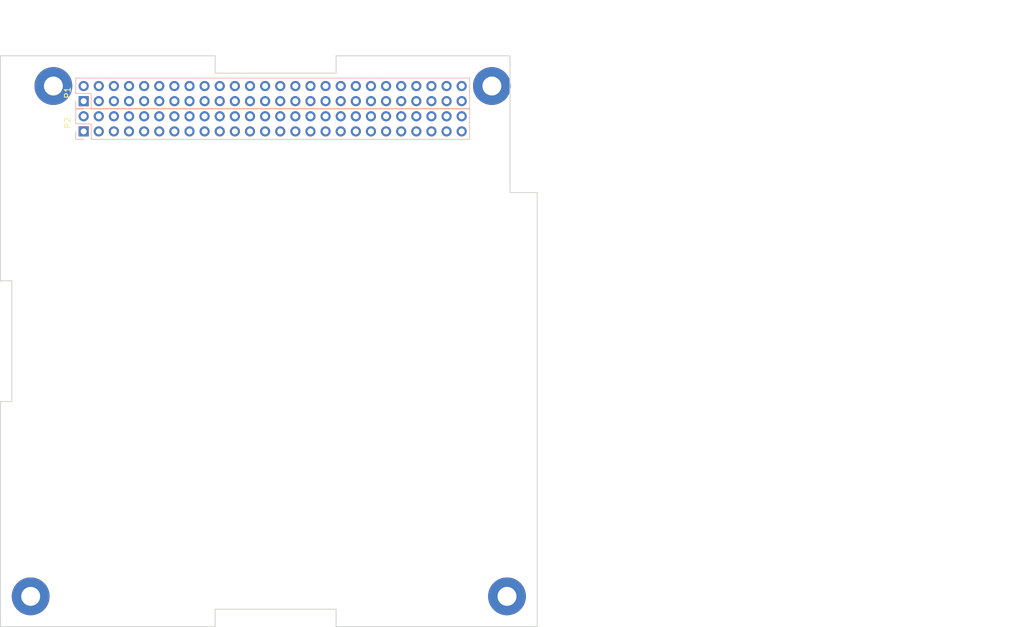
<source format=kicad_pcb>
(kicad_pcb (version 4) (host pcbnew 4.0.5)

  (general
    (links 0)
    (no_connects 0)
    (area 81.204999 50.387617 251.265 154.380001)
    (thickness 1.6)
    (drawings 18)
    (tracks 0)
    (zones 0)
    (modules 6)
    (nets 1)
  )

  (page A4)
  (layers
    (0 F.Cu signal)
    (31 B.Cu signal)
    (32 B.Adhes user)
    (33 F.Adhes user)
    (34 B.Paste user)
    (35 F.Paste user)
    (36 B.SilkS user)
    (37 F.SilkS user)
    (38 B.Mask user)
    (39 F.Mask user)
    (40 Dwgs.User user)
    (41 Cmts.User user)
    (42 Eco1.User user)
    (43 Eco2.User user)
    (44 Edge.Cuts user)
    (45 Margin user)
    (46 B.CrtYd user)
    (47 F.CrtYd user)
    (48 B.Fab user)
    (49 F.Fab user)
  )

  (setup
    (last_trace_width 0.25)
    (trace_clearance 0.2)
    (zone_clearance 0.508)
    (zone_45_only no)
    (trace_min 0.2)
    (segment_width 0.2)
    (edge_width 0.15)
    (via_size 0.6)
    (via_drill 0.4)
    (via_min_size 0.4)
    (via_min_drill 0.3)
    (uvia_size 0.3)
    (uvia_drill 0.1)
    (uvias_allowed no)
    (uvia_min_size 0.2)
    (uvia_min_drill 0.1)
    (pcb_text_width 0.3)
    (pcb_text_size 1.5 1.5)
    (mod_edge_width 0.15)
    (mod_text_size 1 1)
    (mod_text_width 0.15)
    (pad_size 1.7 1.7)
    (pad_drill 1)
    (pad_to_mask_clearance 0.2)
    (aux_axis_origin 0 0)
    (visible_elements FFFFFF7F)
    (pcbplotparams
      (layerselection 0x00030_80000001)
      (usegerberextensions false)
      (excludeedgelayer true)
      (linewidth 0.100000)
      (plotframeref false)
      (viasonmask false)
      (mode 1)
      (useauxorigin false)
      (hpglpennumber 1)
      (hpglpenspeed 20)
      (hpglpendiameter 15)
      (hpglpenoverlay 2)
      (psnegative false)
      (psa4output false)
      (plotreference true)
      (plotvalue true)
      (plotinvisibletext false)
      (padsonsilk false)
      (subtractmaskfromsilk false)
      (outputformat 1)
      (mirror false)
      (drillshape 1)
      (scaleselection 1)
      (outputdirectory ""))
  )

  (net 0 "")

  (net_class Default "This is the default net class."
    (clearance 0.2)
    (trace_width 0.25)
    (via_dia 0.6)
    (via_drill 0.4)
    (uvia_dia 0.3)
    (uvia_drill 0.1)
  )

  (module Project:CSK_Header (layer F.Cu) (tedit 5AF48666) (tstamp 5AF375A6)
    (at 94.8944 63.35776 90)
    (descr "Through hole straight socket strip, 2x26, 2.54mm pitch, double rows")
    (tags "Through hole socket strip THT 2x26 2.54mm double row")
    (fp_text reference P1 (at -1.27 -2.33 90) (layer F.SilkS)
      (effects (font (size 1 1) (thickness 0.15)))
    )
    (fp_text value Socket_Strip_Straight_2x26_Pitch2.54mm (at -1.27 157.48 90) (layer F.Fab)
      (effects (font (size 1 1) (thickness 0.15)))
    )
    (fp_line (start 1.126825 -0.907319) (end 1.126825 65.132681) (layer B.Fab) (width 0.1))
    (fp_line (start 1.126825 65.132681) (end -3.953175 65.132681) (layer B.Fab) (width 0.1))
    (fp_line (start -3.953175 65.132681) (end -3.953175 -0.907319) (layer B.Fab) (width 0.1))
    (fp_line (start -3.953175 -0.907319) (end 1.126825 -0.907319) (layer B.Fab) (width 0.1))
    (fp_line (start -4.013175 1.632681) (end -4.013175 65.192681) (layer B.SilkS) (width 0.12))
    (fp_line (start -4.013175 65.192681) (end 1.186825 65.192681) (layer B.SilkS) (width 0.12))
    (fp_line (start 1.186825 65.192681) (end 1.186825 -0.967319) (layer B.SilkS) (width 0.12))
    (fp_line (start 1.186825 -0.967319) (end -1.413175 -0.967319) (layer B.SilkS) (width 0.12))
    (fp_line (start -1.413175 -0.967319) (end -1.413175 1.632681) (layer B.SilkS) (width 0.12))
    (fp_line (start -1.413175 1.632681) (end -4.013175 1.632681) (layer B.SilkS) (width 0.12))
    (fp_line (start -4.013175 0.362681) (end -4.013175 -0.967319) (layer B.SilkS) (width 0.12))
    (fp_line (start -4.013175 -0.967319) (end -2.743175 -0.967319) (layer B.SilkS) (width 0.12))
    (fp_line (start 1.666825 -1.437319) (end 1.666825 65.662681) (layer B.CrtYd) (width 0.05))
    (fp_line (start 1.666825 65.662681) (end -4.483175 65.662681) (layer B.CrtYd) (width 0.05))
    (fp_line (start -4.483175 65.662681) (end -4.483175 -1.437319) (layer B.CrtYd) (width 0.05))
    (fp_line (start -4.483175 -1.437319) (end 1.666825 -1.437319) (layer B.CrtYd) (width 0.05))
    (fp_text user %R (at -1.27 -2.33 90) (layer F.Fab)
      (effects (font (size 1 1) (thickness 0.15)))
    )
    (pad 1 thru_hole rect (at -2.683175 0.362681 270) (size 1.7 1.7) (drill 1) (layers *.Cu *.Mask))
    (pad 2 thru_hole oval (at -0.143175 0.362681 270) (size 1.7 1.7) (drill 1) (layers *.Cu *.Mask))
    (pad 3 thru_hole oval (at -2.683175 2.902681 270) (size 1.7 1.7) (drill 1) (layers *.Cu *.Mask))
    (pad 4 thru_hole oval (at -0.143175 2.902681 270) (size 1.7 1.7) (drill 1) (layers *.Cu *.Mask))
    (pad 5 thru_hole oval (at -2.683175 5.442681 270) (size 1.7 1.7) (drill 1) (layers *.Cu *.Mask))
    (pad 6 thru_hole oval (at -0.143175 5.442681 270) (size 1.7 1.7) (drill 1) (layers *.Cu *.Mask))
    (pad 7 thru_hole oval (at -2.683175 7.982681 270) (size 1.7 1.7) (drill 1) (layers *.Cu *.Mask))
    (pad 8 thru_hole oval (at -0.143175 7.982681 270) (size 1.7 1.7) (drill 1) (layers *.Cu *.Mask))
    (pad 9 thru_hole oval (at -2.683175 10.522681 270) (size 1.7 1.7) (drill 1) (layers *.Cu *.Mask))
    (pad 10 thru_hole oval (at -0.143175 10.522681 270) (size 1.7 1.7) (drill 1) (layers *.Cu *.Mask))
    (pad 11 thru_hole oval (at -2.683175 13.062681 270) (size 1.7 1.7) (drill 1) (layers *.Cu *.Mask))
    (pad 12 thru_hole oval (at -0.143175 13.062681 270) (size 1.7 1.7) (drill 1) (layers *.Cu *.Mask))
    (pad 13 thru_hole oval (at -2.683175 15.602681 270) (size 1.7 1.7) (drill 1) (layers *.Cu *.Mask))
    (pad 14 thru_hole oval (at -0.143175 15.602681 270) (size 1.7 1.7) (drill 1) (layers *.Cu *.Mask))
    (pad 15 thru_hole oval (at -2.683175 18.142681 270) (size 1.7 1.7) (drill 1) (layers *.Cu *.Mask))
    (pad 16 thru_hole oval (at -0.143175 18.142681 270) (size 1.7 1.7) (drill 1) (layers *.Cu *.Mask))
    (pad 17 thru_hole oval (at -2.683175 20.682681 270) (size 1.7 1.7) (drill 1) (layers *.Cu *.Mask))
    (pad 18 thru_hole oval (at -0.143175 20.682681 270) (size 1.7 1.7) (drill 1) (layers *.Cu *.Mask))
    (pad 19 thru_hole oval (at -2.683175 23.222681 270) (size 1.7 1.7) (drill 1) (layers *.Cu *.Mask))
    (pad 20 thru_hole oval (at -0.143175 23.222681 270) (size 1.7 1.7) (drill 1) (layers *.Cu *.Mask))
    (pad 21 thru_hole oval (at -2.683175 25.762681 270) (size 1.7 1.7) (drill 1) (layers *.Cu *.Mask))
    (pad 22 thru_hole oval (at -0.143175 25.762681 270) (size 1.7 1.7) (drill 1) (layers *.Cu *.Mask))
    (pad 23 thru_hole oval (at -2.683175 28.302681 270) (size 1.7 1.7) (drill 1) (layers *.Cu *.Mask))
    (pad 24 thru_hole oval (at -0.143175 28.302681 270) (size 1.7 1.7) (drill 1) (layers *.Cu *.Mask))
    (pad 25 thru_hole oval (at -2.683175 30.842681 270) (size 1.7 1.7) (drill 1) (layers *.Cu *.Mask))
    (pad 26 thru_hole oval (at -0.143175 30.842681 270) (size 1.7 1.7) (drill 1) (layers *.Cu *.Mask))
    (pad 27 thru_hole oval (at -2.683175 33.382681 270) (size 1.7 1.7) (drill 1) (layers *.Cu *.Mask))
    (pad 28 thru_hole oval (at -0.143175 33.382681 270) (size 1.7 1.7) (drill 1) (layers *.Cu *.Mask))
    (pad 29 thru_hole oval (at -2.683175 35.922681 270) (size 1.7 1.7) (drill 1) (layers *.Cu *.Mask))
    (pad 30 thru_hole oval (at -0.143175 35.922681 270) (size 1.7 1.7) (drill 1) (layers *.Cu *.Mask))
    (pad 31 thru_hole oval (at -2.683175 38.462681 270) (size 1.7 1.7) (drill 1) (layers *.Cu *.Mask))
    (pad 32 thru_hole oval (at -0.143175 38.462681 270) (size 1.7 1.7) (drill 1) (layers *.Cu *.Mask))
    (pad 33 thru_hole oval (at -2.683175 41.002681 270) (size 1.7 1.7) (drill 1) (layers *.Cu *.Mask))
    (pad 34 thru_hole oval (at -0.143175 41.002681 270) (size 1.7 1.7) (drill 1) (layers *.Cu *.Mask))
    (pad 35 thru_hole oval (at -2.683175 43.542681 270) (size 1.7 1.7) (drill 1) (layers *.Cu *.Mask))
    (pad 36 thru_hole oval (at -0.143175 43.542681 270) (size 1.7 1.7) (drill 1) (layers *.Cu *.Mask))
    (pad 37 thru_hole oval (at -2.683175 46.082681 270) (size 1.7 1.7) (drill 1) (layers *.Cu *.Mask))
    (pad 38 thru_hole oval (at -0.143175 46.082681 270) (size 1.7 1.7) (drill 1) (layers *.Cu *.Mask))
    (pad 39 thru_hole oval (at -2.683175 48.622681 270) (size 1.7 1.7) (drill 1) (layers *.Cu *.Mask))
    (pad 40 thru_hole oval (at -0.143175 48.622681 270) (size 1.7 1.7) (drill 1) (layers *.Cu *.Mask))
    (pad 41 thru_hole oval (at -2.683175 51.162681 270) (size 1.7 1.7) (drill 1) (layers *.Cu *.Mask))
    (pad 42 thru_hole oval (at -0.143175 51.162681 270) (size 1.7 1.7) (drill 1) (layers *.Cu *.Mask))
    (pad 43 thru_hole oval (at -2.683175 53.702681 270) (size 1.7 1.7) (drill 1) (layers *.Cu *.Mask))
    (pad 44 thru_hole oval (at -0.143175 53.702681 270) (size 1.7 1.7) (drill 1) (layers *.Cu *.Mask))
    (pad 45 thru_hole oval (at -2.683175 56.242681 270) (size 1.7 1.7) (drill 1) (layers *.Cu *.Mask))
    (pad 46 thru_hole oval (at -0.143175 56.242681 270) (size 1.7 1.7) (drill 1) (layers *.Cu *.Mask))
    (pad 47 thru_hole oval (at -2.683175 58.782681 270) (size 1.7 1.7) (drill 1) (layers *.Cu *.Mask))
    (pad 48 thru_hole oval (at -0.143175 58.782681 270) (size 1.7 1.7) (drill 1) (layers *.Cu *.Mask))
    (pad 49 thru_hole oval (at -2.683175 61.322681 270) (size 1.7 1.7) (drill 1) (layers *.Cu *.Mask))
    (pad 50 thru_hole oval (at -0.143175 61.322681 270) (size 1.7 1.7) (drill 1) (layers *.Cu *.Mask))
    (pad 51 thru_hole oval (at -2.683175 63.862681 270) (size 1.7 1.7) (drill 1) (layers *.Cu *.Mask))
    (pad 52 thru_hole oval (at -0.143175 63.862681 270) (size 1.7 1.7) (drill 1) (layers *.Cu *.Mask))
    (model ${KISYS3DMOD}/Socket_Strips.3dshapes/Socket_Strip_Straight_2x26_Pitch2.54mm.wrl
      (at (xyz -0.05 -1.25 0))
      (scale (xyz 1 1 1))
      (rotate (xyz 0 0 270))
    )
  )

  (module Project:CSK_Header (layer F.Cu) (tedit 5AF4865F) (tstamp 5AF37637)
    (at 94.8944 68.43776 90)
    (descr "Through hole straight socket strip, 2x26, 2.54mm pitch, double rows")
    (tags "Through hole socket strip THT 2x26 2.54mm double row")
    (fp_text reference P2 (at -1.27 -2.33 90) (layer F.SilkS)
      (effects (font (size 1 1) (thickness 0.15)))
    )
    (fp_text value Socket_Strip_Straight_2x26_Pitch2.54mm (at 0 153.67 90) (layer F.Fab)
      (effects (font (size 1 1) (thickness 0.15)))
    )
    (fp_line (start 1.126825 -0.907319) (end 1.126825 65.132681) (layer B.Fab) (width 0.1))
    (fp_line (start 1.126825 65.132681) (end -3.953175 65.132681) (layer B.Fab) (width 0.1))
    (fp_line (start -3.953175 65.132681) (end -3.953175 -0.907319) (layer B.Fab) (width 0.1))
    (fp_line (start -3.953175 -0.907319) (end 1.126825 -0.907319) (layer B.Fab) (width 0.1))
    (fp_line (start -4.013175 1.632681) (end -4.013175 65.192681) (layer B.SilkS) (width 0.12))
    (fp_line (start -4.013175 65.192681) (end 1.186825 65.192681) (layer B.SilkS) (width 0.12))
    (fp_line (start 1.186825 65.192681) (end 1.186825 -0.967319) (layer B.SilkS) (width 0.12))
    (fp_line (start 1.186825 -0.967319) (end -1.413175 -0.967319) (layer B.SilkS) (width 0.12))
    (fp_line (start -1.413175 -0.967319) (end -1.413175 1.632681) (layer B.SilkS) (width 0.12))
    (fp_line (start -1.413175 1.632681) (end -4.013175 1.632681) (layer B.SilkS) (width 0.12))
    (fp_line (start -4.013175 0.362681) (end -4.013175 -0.967319) (layer B.SilkS) (width 0.12))
    (fp_line (start -4.013175 -0.967319) (end -2.743175 -0.967319) (layer B.SilkS) (width 0.12))
    (fp_line (start 1.666825 -1.437319) (end 1.666825 65.662681) (layer B.CrtYd) (width 0.05))
    (fp_line (start 1.666825 65.662681) (end -4.483175 65.662681) (layer B.CrtYd) (width 0.05))
    (fp_line (start -4.483175 65.662681) (end -4.483175 -1.437319) (layer B.CrtYd) (width 0.05))
    (fp_line (start -4.483175 -1.437319) (end 1.666825 -1.437319) (layer B.CrtYd) (width 0.05))
    (fp_text user %R (at -1.27 -2.33 90) (layer F.Fab)
      (effects (font (size 1 1) (thickness 0.15)))
    )
    (pad 1 thru_hole rect (at -2.683175 0.362681 270) (size 1.7 1.7) (drill 1) (layers *.Cu *.Mask))
    (pad 2 thru_hole oval (at -0.143175 0.362681 270) (size 1.7 1.7) (drill 1) (layers *.Cu *.Mask))
    (pad 3 thru_hole oval (at -2.683175 2.902681 270) (size 1.7 1.7) (drill 1) (layers *.Cu *.Mask))
    (pad 4 thru_hole oval (at -0.143175 2.902681 270) (size 1.7 1.7) (drill 1) (layers *.Cu *.Mask))
    (pad 5 thru_hole oval (at -2.683175 5.442681 270) (size 1.7 1.7) (drill 1) (layers *.Cu *.Mask))
    (pad 6 thru_hole oval (at -0.143175 5.442681 270) (size 1.7 1.7) (drill 1) (layers *.Cu *.Mask))
    (pad 7 thru_hole oval (at -2.683175 7.982681 270) (size 1.7 1.7) (drill 1) (layers *.Cu *.Mask))
    (pad 8 thru_hole oval (at -0.143175 7.982681 270) (size 1.7 1.7) (drill 1) (layers *.Cu *.Mask))
    (pad 9 thru_hole oval (at -2.683175 10.522681 270) (size 1.7 1.7) (drill 1) (layers *.Cu *.Mask))
    (pad 10 thru_hole oval (at -0.143175 10.522681 270) (size 1.7 1.7) (drill 1) (layers *.Cu *.Mask))
    (pad 11 thru_hole oval (at -2.683175 13.062681 270) (size 1.7 1.7) (drill 1) (layers *.Cu *.Mask))
    (pad 12 thru_hole oval (at -0.143175 13.062681 270) (size 1.7 1.7) (drill 1) (layers *.Cu *.Mask))
    (pad 13 thru_hole oval (at -2.683175 15.602681 270) (size 1.7 1.7) (drill 1) (layers *.Cu *.Mask))
    (pad 14 thru_hole oval (at -0.143175 15.602681 270) (size 1.7 1.7) (drill 1) (layers *.Cu *.Mask))
    (pad 15 thru_hole oval (at -2.683175 18.142681 270) (size 1.7 1.7) (drill 1) (layers *.Cu *.Mask))
    (pad 16 thru_hole oval (at -0.143175 18.142681 270) (size 1.7 1.7) (drill 1) (layers *.Cu *.Mask))
    (pad 17 thru_hole oval (at -2.683175 20.682681 270) (size 1.7 1.7) (drill 1) (layers *.Cu *.Mask))
    (pad 18 thru_hole oval (at -0.143175 20.682681 270) (size 1.7 1.7) (drill 1) (layers *.Cu *.Mask))
    (pad 19 thru_hole oval (at -2.683175 23.222681 270) (size 1.7 1.7) (drill 1) (layers *.Cu *.Mask))
    (pad 20 thru_hole oval (at -0.143175 23.222681 270) (size 1.7 1.7) (drill 1) (layers *.Cu *.Mask))
    (pad 21 thru_hole oval (at -2.683175 25.762681 270) (size 1.7 1.7) (drill 1) (layers *.Cu *.Mask))
    (pad 22 thru_hole oval (at -0.143175 25.762681 270) (size 1.7 1.7) (drill 1) (layers *.Cu *.Mask))
    (pad 23 thru_hole oval (at -2.683175 28.302681 270) (size 1.7 1.7) (drill 1) (layers *.Cu *.Mask))
    (pad 24 thru_hole oval (at -0.143175 28.302681 270) (size 1.7 1.7) (drill 1) (layers *.Cu *.Mask))
    (pad 25 thru_hole oval (at -2.683175 30.842681 270) (size 1.7 1.7) (drill 1) (layers *.Cu *.Mask))
    (pad 26 thru_hole oval (at -0.143175 30.842681 270) (size 1.7 1.7) (drill 1) (layers *.Cu *.Mask))
    (pad 27 thru_hole oval (at -2.683175 33.382681 270) (size 1.7 1.7) (drill 1) (layers *.Cu *.Mask))
    (pad 28 thru_hole oval (at -0.143175 33.382681 270) (size 1.7 1.7) (drill 1) (layers *.Cu *.Mask))
    (pad 29 thru_hole oval (at -2.683175 35.922681 270) (size 1.7 1.7) (drill 1) (layers *.Cu *.Mask))
    (pad 30 thru_hole oval (at -0.143175 35.922681 270) (size 1.7 1.7) (drill 1) (layers *.Cu *.Mask))
    (pad 31 thru_hole oval (at -2.683175 38.462681 270) (size 1.7 1.7) (drill 1) (layers *.Cu *.Mask))
    (pad 32 thru_hole oval (at -0.143175 38.462681 270) (size 1.7 1.7) (drill 1) (layers *.Cu *.Mask))
    (pad 33 thru_hole oval (at -2.683175 41.002681 270) (size 1.7 1.7) (drill 1) (layers *.Cu *.Mask))
    (pad 34 thru_hole oval (at -0.143175 41.002681 270) (size 1.7 1.7) (drill 1) (layers *.Cu *.Mask))
    (pad 35 thru_hole oval (at -2.683175 43.542681 270) (size 1.7 1.7) (drill 1) (layers *.Cu *.Mask))
    (pad 36 thru_hole oval (at -0.143175 43.542681 270) (size 1.7 1.7) (drill 1) (layers *.Cu *.Mask))
    (pad 37 thru_hole oval (at -2.683175 46.082681 270) (size 1.7 1.7) (drill 1) (layers *.Cu *.Mask))
    (pad 38 thru_hole oval (at -0.143175 46.082681 270) (size 1.7 1.7) (drill 1) (layers *.Cu *.Mask))
    (pad 39 thru_hole oval (at -2.683175 48.622681 270) (size 1.7 1.7) (drill 1) (layers *.Cu *.Mask))
    (pad 40 thru_hole oval (at -0.143175 48.622681 270) (size 1.7 1.7) (drill 1) (layers *.Cu *.Mask))
    (pad 41 thru_hole oval (at -2.683175 51.162681 270) (size 1.7 1.7) (drill 1) (layers *.Cu *.Mask))
    (pad 42 thru_hole oval (at -0.143175 51.162681 270) (size 1.7 1.7) (drill 1) (layers *.Cu *.Mask))
    (pad 43 thru_hole oval (at -2.683175 53.702681 270) (size 1.7 1.7) (drill 1) (layers *.Cu *.Mask))
    (pad 44 thru_hole oval (at -0.143175 53.702681 270) (size 1.7 1.7) (drill 1) (layers *.Cu *.Mask))
    (pad 45 thru_hole oval (at -2.683175 56.242681 270) (size 1.7 1.7) (drill 1) (layers *.Cu *.Mask))
    (pad 46 thru_hole oval (at -0.143175 56.242681 270) (size 1.7 1.7) (drill 1) (layers *.Cu *.Mask))
    (pad 47 thru_hole oval (at -2.683175 58.782681 270) (size 1.7 1.7) (drill 1) (layers *.Cu *.Mask))
    (pad 48 thru_hole oval (at -0.143175 58.782681 270) (size 1.7 1.7) (drill 1) (layers *.Cu *.Mask))
    (pad 49 thru_hole oval (at -2.683175 61.322681 270) (size 1.7 1.7) (drill 1) (layers *.Cu *.Mask))
    (pad 50 thru_hole oval (at -0.143175 61.322681 270) (size 1.7 1.7) (drill 1) (layers *.Cu *.Mask))
    (pad 51 thru_hole oval (at -2.683175 63.862681 270) (size 1.7 1.7) (drill 1) (layers *.Cu *.Mask))
    (pad 52 thru_hole oval (at -0.143175 63.862681 270) (size 1.7 1.7) (drill 1) (layers *.Cu *.Mask))
    (model ${KISYS3DMOD}/Socket_Strips.3dshapes/Socket_Strip_Straight_2x26_Pitch2.54mm.wrl
      (at (xyz -0.05 -1.25 0))
      (scale (xyz 1 1 1))
      (rotate (xyz 0 0 270))
    )
  )

  (module motherboard:Hole_0.125-0.250 (layer F.Cu) (tedit 583F8348) (tstamp 5AF48F3A)
    (at 90.17 63.5)
    (fp_text reference REF** (at 0 2.54) (layer F.SilkS) hide
      (effects (font (size 1 1) (thickness 0.15)))
    )
    (fp_text value Hole_0.125-0.250 (at 0 -2.54) (layer F.Fab) hide
      (effects (font (size 1 1) (thickness 0.15)))
    )
    (pad 1 thru_hole circle (at 0 0) (size 6.35 6.35) (drill 3.175) (layers *.Cu *.Mask))
  )

  (module motherboard:Hole_0.125-0.250 (layer F.Cu) (tedit 583F8348) (tstamp 5AF48F96)
    (at 163.83 63.5)
    (fp_text reference REF** (at 0 2.54) (layer F.SilkS) hide
      (effects (font (size 1 1) (thickness 0.15)))
    )
    (fp_text value Hole_0.125-0.250 (at 0 -2.54) (layer F.Fab) hide
      (effects (font (size 1 1) (thickness 0.15)))
    )
    (pad 1 thru_hole circle (at 0 0) (size 6.35 6.35) (drill 3.175) (layers *.Cu *.Mask))
  )

  (module motherboard:Hole_0.125-0.250 (layer F.Cu) (tedit 583F8348) (tstamp 5AF48F9F)
    (at 86.36 149.225)
    (fp_text reference REF** (at 0 2.54) (layer F.SilkS) hide
      (effects (font (size 1 1) (thickness 0.15)))
    )
    (fp_text value Hole_0.125-0.250 (at 0 -2.54) (layer F.Fab) hide
      (effects (font (size 1 1) (thickness 0.15)))
    )
    (pad 1 thru_hole circle (at 0 0) (size 6.35 6.35) (drill 3.175) (layers *.Cu *.Mask))
  )

  (module motherboard:Hole_0.125-0.250 (layer F.Cu) (tedit 583F8348) (tstamp 5AF48FA8)
    (at 166.37 149.225)
    (fp_text reference REF** (at 0 2.54) (layer F.SilkS) hide
      (effects (font (size 1 1) (thickness 0.15)))
    )
    (fp_text value Hole_0.125-0.250 (at 0 -2.54) (layer F.Fab) hide
      (effects (font (size 1 1) (thickness 0.15)))
    )
    (pad 1 thru_hole circle (at 0 0) (size 6.35 6.35) (drill 3.175) (layers *.Cu *.Mask))
  )

  (gr_line (start 137.668 154.305) (end 171.45 154.305) (angle 90) (layer Edge.Cuts) (width 0.15))
  (gr_line (start 81.28 154.305) (end 117.348 154.305) (angle 90) (layer Edge.Cuts) (width 0.15))
  (gr_line (start 81.28 116.5098) (end 81.28 154.305) (angle 90) (layer Edge.Cuts) (width 0.15))
  (gr_line (start 81.28 58.42) (end 81.28 96.2152) (angle 90) (layer Edge.Cuts) (width 0.15))
  (gr_line (start 137.668 58.42) (end 166.878 58.42) (angle 90) (layer Edge.Cuts) (width 0.15))
  (gr_line (start 81.28 58.42) (end 117.348 58.42) (angle 90) (layer Edge.Cuts) (width 0.15))
  (gr_line (start 171.45 81.407) (end 171.45 154.305) (angle 90) (layer Edge.Cuts) (width 0.15))
  (gr_line (start 83.185 116.5098) (end 81.28 116.5098) (angle 90) (layer Edge.Cuts) (width 0.15))
  (gr_line (start 83.185 96.2152) (end 83.185 116.5098) (angle 90) (layer Edge.Cuts) (width 0.15))
  (gr_line (start 81.28 96.2152) (end 83.185 96.2152) (angle 90) (layer Edge.Cuts) (width 0.15))
  (gr_line (start 137.668 151.384) (end 137.668 154.305) (angle 90) (layer Edge.Cuts) (width 0.15))
  (gr_line (start 117.348 151.384) (end 137.668 151.384) (angle 90) (layer Edge.Cuts) (width 0.15))
  (gr_line (start 117.348 154.305) (end 117.348 151.384) (angle 90) (layer Edge.Cuts) (width 0.15))
  (gr_line (start 166.878 81.407) (end 171.45 81.407) (angle 90) (layer Edge.Cuts) (width 0.15))
  (gr_line (start 166.878 58.42) (end 166.878 81.407) (angle 90) (layer Edge.Cuts) (width 0.15))
  (gr_line (start 137.668 61.341) (end 137.668 58.42) (angle 90) (layer Edge.Cuts) (width 0.15))
  (gr_line (start 117.348 61.341) (end 137.668 61.341) (angle 90) (layer Edge.Cuts) (width 0.15))
  (gr_line (start 117.348 58.42) (end 117.348 61.341) (angle 90) (layer Edge.Cuts) (width 0.15))

)

</source>
